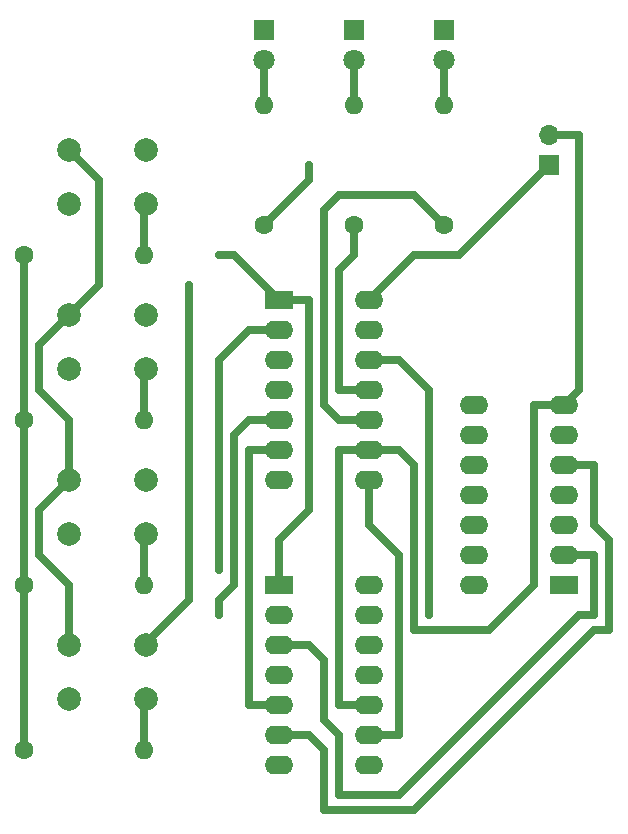
<source format=gbr>
G04 #@! TF.FileFunction,Copper,L1,Top,Signal*
%FSLAX46Y46*%
G04 Gerber Fmt 4.6, Leading zero omitted, Abs format (unit mm)*
G04 Created by KiCad (PCBNEW 4.0.7) date Wed Nov  8 23:29:03 2017*
%MOMM*%
%LPD*%
G01*
G04 APERTURE LIST*
%ADD10C,0.100000*%
%ADD11R,1.800000X1.800000*%
%ADD12C,1.800000*%
%ADD13R,1.700000X1.700000*%
%ADD14O,1.700000X1.700000*%
%ADD15C,1.600000*%
%ADD16O,1.600000X1.600000*%
%ADD17C,2.000000*%
%ADD18R,2.400000X1.600000*%
%ADD19O,2.400000X1.600000*%
%ADD20C,0.600000*%
%ADD21C,0.635000*%
G04 APERTURE END LIST*
D10*
D11*
X38100000Y67310000D03*
D12*
X38100000Y64770000D03*
D11*
X30480000Y67310000D03*
D12*
X30480000Y64770000D03*
D11*
X22860000Y67310000D03*
D12*
X22860000Y64770000D03*
D13*
X46990000Y55880000D03*
D14*
X46990000Y58420000D03*
D15*
X38100000Y50800000D03*
D16*
X38100000Y60960000D03*
D15*
X2540000Y48260000D03*
D16*
X12700000Y48260000D03*
D15*
X2540000Y34290000D03*
D16*
X12700000Y34290000D03*
D15*
X30480000Y50800000D03*
D16*
X30480000Y60960000D03*
D15*
X22860000Y50800000D03*
D16*
X22860000Y60960000D03*
D15*
X2540000Y20320000D03*
D16*
X12700000Y20320000D03*
D15*
X2540000Y6350000D03*
D16*
X12700000Y6350000D03*
D17*
X6350000Y52650000D03*
X6350000Y57150000D03*
X12850000Y52650000D03*
X12850000Y57150000D03*
X6350000Y38680000D03*
X6350000Y43180000D03*
X12850000Y38680000D03*
X12850000Y43180000D03*
X6350000Y24710000D03*
X6350000Y29210000D03*
X12850000Y24710000D03*
X12850000Y29210000D03*
X6350000Y10740000D03*
X6350000Y15240000D03*
X12850000Y10740000D03*
X12850000Y15240000D03*
D18*
X24130000Y44450000D03*
D19*
X31750000Y29210000D03*
X24130000Y41910000D03*
X31750000Y31750000D03*
X24130000Y39370000D03*
X31750000Y34290000D03*
X24130000Y36830000D03*
X31750000Y36830000D03*
X24130000Y34290000D03*
X31750000Y39370000D03*
X24130000Y31750000D03*
X31750000Y41910000D03*
X24130000Y29210000D03*
X31750000Y44450000D03*
D18*
X24130000Y20320000D03*
D19*
X31750000Y5080000D03*
X24130000Y17780000D03*
X31750000Y7620000D03*
X24130000Y15240000D03*
X31750000Y10160000D03*
X24130000Y12700000D03*
X31750000Y12700000D03*
X24130000Y10160000D03*
X31750000Y15240000D03*
X24130000Y7620000D03*
X31750000Y17780000D03*
X24130000Y5080000D03*
X31750000Y20320000D03*
D18*
X48260000Y20320000D03*
D19*
X40640000Y35560000D03*
X48260000Y22860000D03*
X40640000Y33020000D03*
X48260000Y25400000D03*
X40640000Y30480000D03*
X48260000Y27940000D03*
X40640000Y27940000D03*
X48260000Y30480000D03*
X40640000Y25400000D03*
X48260000Y33020000D03*
X40640000Y22860000D03*
X48260000Y35560000D03*
X40640000Y20320000D03*
D20*
X16510000Y45720000D03*
X19050000Y48260000D03*
X19050000Y21590000D03*
X26670000Y55880000D03*
X19050000Y17780000D03*
X36830000Y17780000D03*
D21*
X31750000Y31750000D02*
X34290000Y31750000D01*
X34290000Y31750000D02*
X35560000Y30480000D01*
X35560000Y30480000D02*
X35560000Y16510000D01*
X35560000Y16510000D02*
X41910000Y16510000D01*
X41910000Y16510000D02*
X45720000Y20320000D01*
X45720000Y20320000D02*
X45720000Y35560000D01*
X45720000Y35560000D02*
X48260000Y35560000D01*
X48260000Y35560000D02*
X49530000Y36830000D01*
X49530000Y36830000D02*
X49530000Y58420000D01*
X49530000Y58420000D02*
X46990000Y58420000D01*
X31750000Y10160000D02*
X29210000Y10160000D01*
X29210000Y10160000D02*
X29210000Y31750000D01*
X29210000Y31750000D02*
X31750000Y31750000D01*
X2540000Y34290000D02*
X2540000Y48260000D01*
X2540000Y20320000D02*
X2540000Y34290000D01*
X2540000Y6350000D02*
X2540000Y20320000D01*
X38100000Y64770000D02*
X38100000Y60960000D01*
X30480000Y60960000D02*
X30480000Y64770000D01*
X22860000Y60960000D02*
X22860000Y64770000D01*
X46990000Y55880000D02*
X39370000Y48260000D01*
X39370000Y48260000D02*
X35560000Y48260000D01*
X35560000Y48260000D02*
X31750000Y44450000D01*
X12850000Y15240000D02*
X12700000Y15240000D01*
X12700000Y15240000D02*
X16510000Y19050000D01*
X16510000Y19050000D02*
X16510000Y45720000D01*
X6350000Y43180000D02*
X3810000Y40640000D01*
X3810000Y40640000D02*
X3810000Y36830000D01*
X3810000Y36830000D02*
X6350000Y34290000D01*
X6350000Y34290000D02*
X6350000Y29210000D01*
X6350000Y29210000D02*
X3810000Y26670000D01*
X3810000Y26670000D02*
X3810000Y22860000D01*
X3810000Y22860000D02*
X6350000Y20320000D01*
X6350000Y20320000D02*
X6350000Y15240000D01*
X6350000Y43180000D02*
X8890000Y45720000D01*
X8890000Y45720000D02*
X8890000Y54610000D01*
X8890000Y54610000D02*
X6350000Y57150000D01*
X31750000Y34290000D02*
X29210000Y34290000D01*
X29210000Y34290000D02*
X27940000Y35560000D01*
X27940000Y35560000D02*
X27940000Y52070000D01*
X27940000Y52070000D02*
X29210000Y53340000D01*
X29210000Y53340000D02*
X35560000Y53340000D01*
X35560000Y53340000D02*
X38100000Y50800000D01*
X19050000Y48260000D02*
X20320000Y48260000D01*
X20320000Y48260000D02*
X24130000Y44450000D01*
X24130000Y44450000D02*
X26670000Y44450000D01*
X26670000Y44450000D02*
X26670000Y26670000D01*
X26670000Y26670000D02*
X24130000Y24130000D01*
X24130000Y24130000D02*
X24130000Y20320000D01*
X12850000Y52650000D02*
X12700000Y52070000D01*
X12700000Y52070000D02*
X12700000Y48260000D01*
X24130000Y41910000D02*
X21590000Y41910000D01*
X21590000Y41910000D02*
X19050000Y39370000D01*
X19050000Y39370000D02*
X19050000Y21590000D01*
X12700000Y34290000D02*
X12700000Y38100000D01*
X12700000Y38100000D02*
X12850000Y38680000D01*
X31750000Y36830000D02*
X29210000Y36830000D01*
X29210000Y36830000D02*
X29210000Y46990000D01*
X29210000Y46990000D02*
X30480000Y48260000D01*
X30480000Y48260000D02*
X30480000Y50800000D01*
X22860000Y50800000D02*
X26670000Y54610000D01*
X26670000Y54610000D02*
X26670000Y55880000D01*
X24130000Y34290000D02*
X21590000Y34290000D01*
X21590000Y34290000D02*
X20320000Y33020000D01*
X20320000Y33020000D02*
X20320000Y20320000D01*
X20320000Y20320000D02*
X19050000Y19050000D01*
X19050000Y19050000D02*
X19050000Y17780000D01*
X12850000Y24710000D02*
X12700000Y24130000D01*
X12700000Y24130000D02*
X12700000Y20320000D01*
X24130000Y10160000D02*
X21590000Y10160000D01*
X21590000Y10160000D02*
X21590000Y31750000D01*
X21590000Y31750000D02*
X24130000Y31750000D01*
X12850000Y10740000D02*
X12700000Y10160000D01*
X12700000Y10160000D02*
X12700000Y6350000D01*
X31750000Y7620000D02*
X34290000Y7620000D01*
X34290000Y7620000D02*
X34290000Y22860000D01*
X34290000Y22860000D02*
X31750000Y25400000D01*
X31750000Y25400000D02*
X31750000Y29210000D01*
X31750000Y39370000D02*
X34290000Y39370000D01*
X34290000Y39370000D02*
X36830000Y36830000D01*
X36830000Y36830000D02*
X36830000Y17780000D01*
X24130000Y15240000D02*
X26670000Y15240000D01*
X26670000Y15240000D02*
X27940000Y13970000D01*
X27940000Y13970000D02*
X27940000Y8890000D01*
X27940000Y8890000D02*
X29210000Y7620000D01*
X29210000Y7620000D02*
X29210000Y2540000D01*
X29210000Y2540000D02*
X34290000Y2540000D01*
X34290000Y2540000D02*
X49530000Y17780000D01*
X49530000Y17780000D02*
X50800000Y17780000D01*
X50800000Y17780000D02*
X50800000Y22860000D01*
X50800000Y22860000D02*
X48260000Y22860000D01*
X24130000Y7620000D02*
X26670000Y7620000D01*
X26670000Y7620000D02*
X27940000Y6350000D01*
X27940000Y6350000D02*
X27940000Y1270000D01*
X27940000Y1270000D02*
X35560000Y1270000D01*
X35560000Y1270000D02*
X50800000Y16510000D01*
X50800000Y16510000D02*
X52070000Y16510000D01*
X52070000Y16510000D02*
X52070000Y24130000D01*
X52070000Y24130000D02*
X50800000Y25400000D01*
X50800000Y25400000D02*
X50800000Y30480000D01*
X50800000Y30480000D02*
X48260000Y30480000D01*
M02*

</source>
